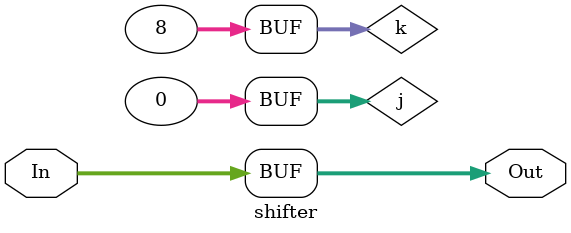
<source format=v>
module CORDIC_VEC(clk,x_in,y_in,r);
  // Defining the i/o  
  parameter bitsize = 16;
  input [bitsize-1:0] x_in,y_in;
  input clk;
  reg [bitsize-1:0] theta_out;
  output [bitsize-1:0] r;
  wire [2*bitsize-1:0] rbuff;

  // Generating a list of wires
  genvar k;
  generate
    for(k = 0; k < bitsize; k = k + 1)
    begin : w
      wire [bitsize-1:0] m,n,p,deltheta;
    end
  endgenerate
  // Generating the pipelined structure
  genvar i;
  generate
    for(i = 0; i<bitsize;i=i+1)
    begin : PIPES 
      if(i==0)
        PIP_BLOC #(.bitsize(bitsize),.i(i))BLOC(.clk(clk),.theta_in(16'h0000),.x_in(x_in),.y_in(y_in),.theta_out(w[i].p),.x_out(w[i].m),.y_out(w[i].n),.deltheta(w[i].deltheta));
      else if(i==15)
        PIP_BLOC #(.bitsize(bitsize),.i(i))BLOC(.clk(clk),.theta_in(w[i-1].p),.x_in(w[i-1].m),.y_in(w[i-1].n),.theta_out(w[i].p),.x_out(w[i].m),.y_out(w[i].n),.deltheta(w[i].deltheta));
      else  
      PIP_BLOC #(.bitsize(bitsize),.i(i))BLOC(.clk(clk),.theta_in(w[i-1].p),.x_in(w[i-1].m),.y_in(w[i-1].n),.theta_out(w[i].p),.x_out(w[i].m),.y_out(w[i].n),.deltheta(w[i].deltheta));
    end
  endgenerate
    always @ (posedge clk)
    begin
      theta_out <= w[15].p;
    end
    assign w[0].deltheta = 16'b0011001001000100;
    assign w[1].deltheta = 16'b0001110110101100;
    assign w[2].deltheta = 16'b0000111110101110;
    assign w[3].deltheta = 16'b0000011111110101;
    assign w[4].deltheta = 16'b0000001111111111;
    assign w[5].deltheta = 16'b0000001000000000;
    assign w[6].deltheta = 16'b0000000100000000;
    assign w[7].deltheta = 16'b0000000010000000;
    assign w[8].deltheta = 16'b0000000001000000;
    assign w[9].deltheta = 16'b0000000000100000;
    assign w[10].deltheta = 16'b0000000000010000;
    assign w[11].deltheta = 16'b0000000000001000;
    assign w[12].deltheta = 16'b0000000000000100;
    assign w[13].deltheta = 16'b0000000000000010;
    assign w[14].deltheta = 16'b0000000000000001;
    assign w[15].deltheta = 16'b0000000000000000;
    // Correcting the factor
    assign r = rbuff[2*bitsize-3:2*bitsize-18];
    assign rbuff = (w[15].m*16'h26dd);
endmodule

module PIP_BLOC(clk,theta_in,x_in,y_in,theta_out,x_out,y_out,deltheta);
  parameter i = 0;
  parameter bitsize = 16;
  input clk;
  input [bitsize-1:0] theta_in,x_in,y_in,deltheta;
  output reg [bitsize-1:0] theta_out,x_out,y_out;
  reg [bitsize-1:0] theta,x,y;
  wire [bitsize-1:0] x_shift,y_shift;
  // Control signals for a block
  assign y_sign = y[bitsize-1];
  //assign x_shift = x >>> i;
  //assign y_shift = y >>> i;
  shifter #(.i(i),.bitsize(bitsize)) s1(x,x_shift);
  shifter #(.i(i),.bitsize(bitsize)) s2(y,y_shift);
  // Input registers
  always @ (posedge clk)
  begin
    x <= x_in;
    y <= y_in;
    theta <= theta_in;
  end
  // Defining the register for x
  always @ (*)
  begin
    if(~y_sign)
      x_out <= x + y_shift;
    else
      x_out <= x - y_shift;
  end
  // Defining the register for y
  always @ (*)
  begin
    if(~y_sign)
      y_out <= y - x_shift;
    else
      y_out <= y + x_shift;
  end
  // Defining the theta module
  always @ (*)
  begin
    if(~y_sign)
      theta_out <= theta + deltheta;
    else
      theta_out <= theta - deltheta;
  end
endmodule

module shifter(In,Out);
  parameter i=0;
  parameter bitsize=8;
  input [bitsize-1:0] In;
  output reg [bitsize-1:0] Out;
  integer k,j=i;
  always@(*)
  begin
    for(k=0;k<bitsize;k=k+1)
    begin
      if(k+j>bitsize-1)
        Out[k] = In[bitsize-1];
      else
        Out[k] = In[k+j];
    end
  end
endmodule

</source>
